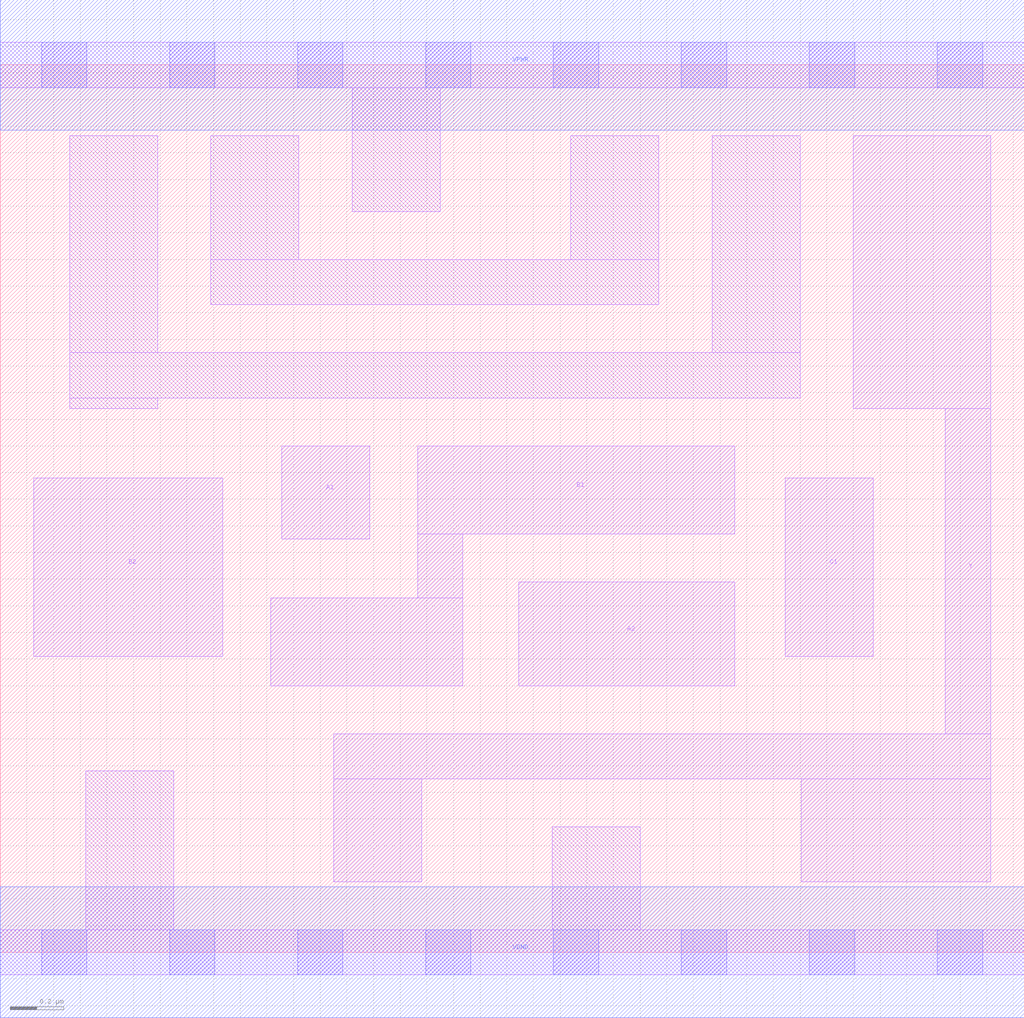
<source format=lef>
# Copyright 2020 The SkyWater PDK Authors
#
# Licensed under the Apache License, Version 2.0 (the "License");
# you may not use this file except in compliance with the License.
# You may obtain a copy of the License at
#
#     https://www.apache.org/licenses/LICENSE-2.0
#
# Unless required by applicable law or agreed to in writing, software
# distributed under the License is distributed on an "AS IS" BASIS,
# WITHOUT WARRANTIES OR CONDITIONS OF ANY KIND, either express or implied.
# See the License for the specific language governing permissions and
# limitations under the License.
#
# SPDX-License-Identifier: Apache-2.0

VERSION 5.7 ;
  NAMESCASESENSITIVE ON ;
  NOWIREEXTENSIONATPIN ON ;
  DIVIDERCHAR "/" ;
  BUSBITCHARS "[]" ;
UNITS
  DATABASE MICRONS 200 ;
END UNITS
MACRO sky130_fd_sc_lp__a221oi_lp
  CLASS CORE ;
  FOREIGN sky130_fd_sc_lp__a221oi_lp ;
  ORIGIN  0.000000  0.000000 ;
  SIZE  3.840000 BY  3.330000 ;
  SYMMETRY X Y R90 ;
  SITE unit ;
  PIN A1
    ANTENNAGATEAREA  0.313000 ;
    DIRECTION INPUT ;
    USE SIGNAL ;
    PORT
      LAYER li1 ;
        RECT 1.055000 1.550000 1.385000 1.900000 ;
    END
  END A1
  PIN A2
    ANTENNAGATEAREA  0.313000 ;
    DIRECTION INPUT ;
    USE SIGNAL ;
    PORT
      LAYER li1 ;
        RECT 1.945000 1.000000 2.755000 1.390000 ;
    END
  END A2
  PIN B1
    ANTENNAGATEAREA  0.313000 ;
    DIRECTION INPUT ;
    USE SIGNAL ;
    PORT
      LAYER li1 ;
        RECT 1.015000 1.000000 1.735000 1.330000 ;
        RECT 1.565000 1.330000 1.735000 1.570000 ;
        RECT 1.565000 1.570000 2.755000 1.900000 ;
    END
  END B1
  PIN B2
    ANTENNAGATEAREA  0.313000 ;
    DIRECTION INPUT ;
    USE SIGNAL ;
    PORT
      LAYER li1 ;
        RECT 0.125000 1.110000 0.835000 1.780000 ;
    END
  END B2
  PIN C1
    ANTENNAGATEAREA  0.376000 ;
    DIRECTION INPUT ;
    USE SIGNAL ;
    PORT
      LAYER li1 ;
        RECT 2.945000 1.110000 3.275000 1.780000 ;
    END
  END C1
  PIN Y
    ANTENNADIFFAREA  0.568500 ;
    DIRECTION OUTPUT ;
    USE SIGNAL ;
    PORT
      LAYER li1 ;
        RECT 1.250000 0.265000 1.580000 0.650000 ;
        RECT 1.250000 0.650000 3.715000 0.820000 ;
        RECT 3.005000 0.265000 3.715000 0.650000 ;
        RECT 3.200000 2.040000 3.715000 3.065000 ;
        RECT 3.545000 0.820000 3.715000 2.040000 ;
    END
  END Y
  PIN VGND
    DIRECTION INOUT ;
    USE GROUND ;
    PORT
      LAYER met1 ;
        RECT 0.000000 -0.245000 3.840000 0.245000 ;
    END
  END VGND
  PIN VPWR
    DIRECTION INOUT ;
    USE POWER ;
    PORT
      LAYER met1 ;
        RECT 0.000000 3.085000 3.840000 3.575000 ;
    END
  END VPWR
  OBS
    LAYER li1 ;
      RECT 0.000000 -0.085000 3.840000 0.085000 ;
      RECT 0.000000  3.245000 3.840000 3.415000 ;
      RECT 0.260000  2.040000 0.590000 2.080000 ;
      RECT 0.260000  2.080000 3.000000 2.250000 ;
      RECT 0.260000  2.250000 0.590000 3.065000 ;
      RECT 0.320000  0.085000 0.650000 0.680000 ;
      RECT 0.790000  2.430000 2.470000 2.600000 ;
      RECT 0.790000  2.600000 1.120000 3.065000 ;
      RECT 1.320000  2.780000 1.650000 3.245000 ;
      RECT 2.070000  0.085000 2.400000 0.470000 ;
      RECT 2.140000  2.600000 2.470000 3.065000 ;
      RECT 2.670000  2.250000 3.000000 3.065000 ;
    LAYER mcon ;
      RECT 0.155000 -0.085000 0.325000 0.085000 ;
      RECT 0.155000  3.245000 0.325000 3.415000 ;
      RECT 0.635000 -0.085000 0.805000 0.085000 ;
      RECT 0.635000  3.245000 0.805000 3.415000 ;
      RECT 1.115000 -0.085000 1.285000 0.085000 ;
      RECT 1.115000  3.245000 1.285000 3.415000 ;
      RECT 1.595000 -0.085000 1.765000 0.085000 ;
      RECT 1.595000  3.245000 1.765000 3.415000 ;
      RECT 2.075000 -0.085000 2.245000 0.085000 ;
      RECT 2.075000  3.245000 2.245000 3.415000 ;
      RECT 2.555000 -0.085000 2.725000 0.085000 ;
      RECT 2.555000  3.245000 2.725000 3.415000 ;
      RECT 3.035000 -0.085000 3.205000 0.085000 ;
      RECT 3.035000  3.245000 3.205000 3.415000 ;
      RECT 3.515000 -0.085000 3.685000 0.085000 ;
      RECT 3.515000  3.245000 3.685000 3.415000 ;
  END
END sky130_fd_sc_lp__a221oi_lp
END LIBRARY

</source>
